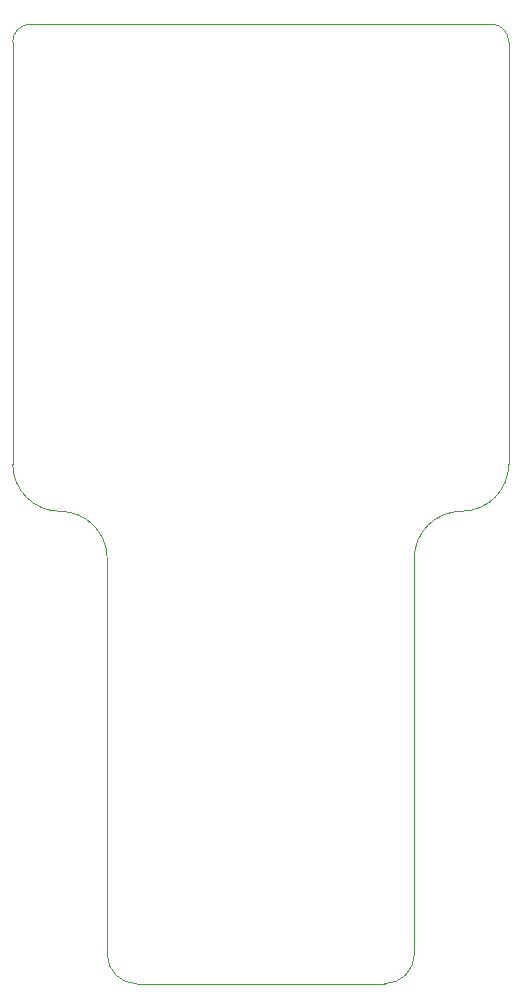
<source format=gbr>
%TF.GenerationSoftware,KiCad,Pcbnew,8.99.0-unknown-e6b739776e~181~ubuntu24.04.1*%
%TF.CreationDate,2024-12-30T21:47:43+01:00*%
%TF.ProjectId,Spinne_Werkstatt,5370696e-6e65-45f5-9765-726b73746174,rev?*%
%TF.SameCoordinates,Original*%
%TF.FileFunction,Profile,NP*%
%FSLAX46Y46*%
G04 Gerber Fmt 4.6, Leading zero omitted, Abs format (unit mm)*
G04 Created by KiCad (PCBNEW 8.99.0-unknown-e6b739776e~181~ubuntu24.04.1) date 2024-12-30 21:47:43*
%MOMM*%
%LPD*%
G01*
G04 APERTURE LIST*
%TA.AperFunction,Profile*%
%ADD10C,0.050000*%
%TD*%
G04 APERTURE END LIST*
D10*
X160500000Y-73500000D02*
X160500000Y-37750000D01*
X159000000Y-36250000D02*
G75*
G02*
X160500000Y-37750000I0J-1500000D01*
G01*
X126500000Y-81500000D02*
X126500000Y-114000000D01*
X118500000Y-37750000D02*
G75*
G02*
X120000000Y-36250000I1500000J0D01*
G01*
X160500000Y-73500000D02*
G75*
G02*
X156500000Y-77500000I-4000000J0D01*
G01*
X129000000Y-117500000D02*
G75*
G02*
X126500000Y-115000000I0J2500000D01*
G01*
X152500000Y-115000000D02*
G75*
G02*
X150000000Y-117500000I-2500000J0D01*
G01*
X152500000Y-81500000D02*
G75*
G02*
X156500000Y-77500000I4000000J0D01*
G01*
X129000000Y-117500000D02*
X150000000Y-117500000D01*
X122500000Y-77500000D02*
G75*
G02*
X126500000Y-81500000I0J-4000000D01*
G01*
X118500000Y-37750000D02*
X118500000Y-73500000D01*
X122500000Y-77500000D02*
G75*
G02*
X118500000Y-73500000I0J4000000D01*
G01*
X126500000Y-115000000D02*
X126500000Y-114000000D01*
X120000000Y-36250000D02*
X159000000Y-36250000D01*
X152500000Y-81500000D02*
X152500000Y-115000000D01*
M02*

</source>
